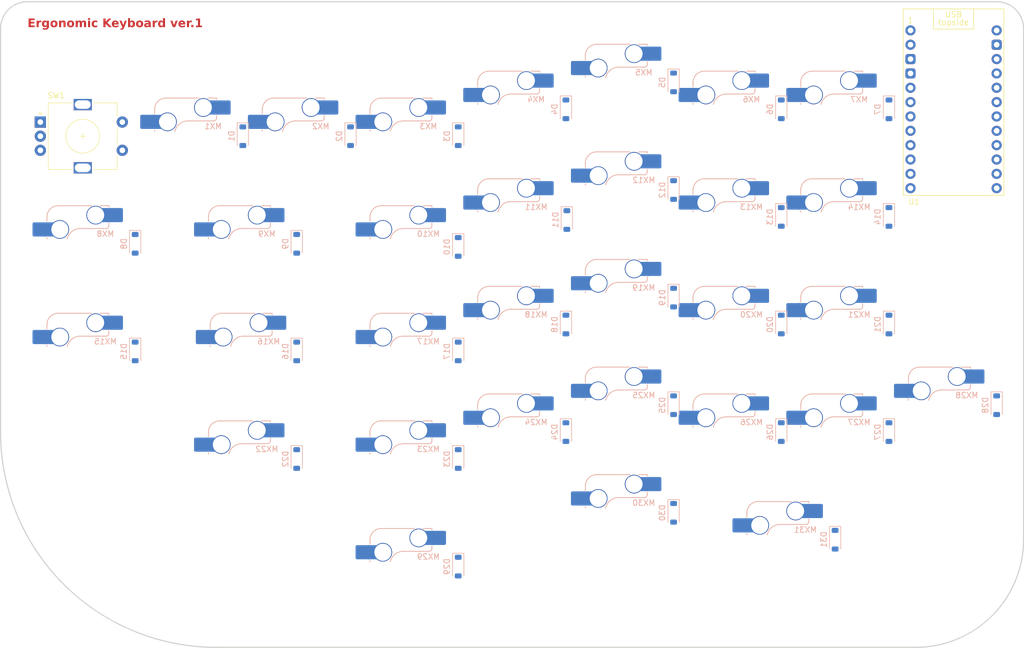
<source format=kicad_pcb>
(kicad_pcb (version 20240108) (generator "pcbnew") (generator_version "8.0")
  (layers (0 "F.Cu" signal) (31 "B.Cu" signal) (34 "B.Paste" user) (35 "F.Paste" user) (36 "B.SilkS" user "B.Silkscreen") (37 "F.SilkS" user "F.Silkscreen") (38 "B.Mask" user) (39 "F.Mask" user) (44 "Edge.Cuts" user))
  (net 0 "")
  (net 1 "Net-(D1-A)")
  (net 2 "L_Row 0")
  (net 3 "Net-(D2-A)")
  (net 4 "Net-(D3-A)")
  (net 5 "Net-(D4-A)")
  (net 6 "Net-(D5-A)")
  (net 7 "Net-(D6-A)")
  (net 8 "Net-(D7-A)")
  (net 9 "L_Row 1")
  (net 10 "Net-(D8-A)")
  (net 11 "Net-(D9-A)")
  (net 12 "Net-(D10-A)")
  (net 13 "Net-(D11-A)")
  (net 14 "Net-(D12-A)")
  (net 15 "Net-(D13-A)")
  (net 16 "Net-(D14-A)")
  (net 17 "L_Row 2")
  (net 18 "Net-(D15-A)")
  (net 19 "Net-(D16-A)")
  (net 20 "Net-(D17-A)")
  (net 21 "Net-(D18-A)")
  (net 22 "Net-(D19-A)")
  (net 23 "Net-(D20-A)")
  (net 24 "Net-(D21-A)")
  (net 25 "Net-(D22-A)")
  (net 26 "L_Row 3")
  (net 27 "Net-(D23-A)")
  (net 28 "Net-(D24-A)")
  (net 29 "Net-(D25-A)")
  (net 30 "Net-(D26-A)")
  (net 31 "Net-(D27-A)")
  (net 32 "Net-(D28-A)")
  (net 33 "Net-(D29-A)")
  (net 34 "L_Row 4")
  (net 35 "Net-(D30-A)")
  (net 36 "Net-(D31-A)")
  (net 37 "L_Column 0")
  (net 38 "L_Column 1")
  (net 39 "L_Column 2")
  (net 40 "L_Column 3")
  (net 41 "L_Column 4")
  (net 42 "L_Column 5")
  (net 43 "L_Column 6")
  (net 44 "VCC")
  (net 50 "GND")
  (net 53 "RESET")
  (footprint "PCM_marbastlib-mx:STAB_MX_2u" (layer "F.Cu") (at 66.675 95.25)
    (property "Reference" "S3" (hide yes))
    (property "Value" "MX_stab 1 x 2")
    (pad "" np_thru_hole circle (at -11.90625 -6.985) (size 3.048 3.048) (drill 3.048) (layers "*.Cu" "*.Mask"))
    (pad "" np_thru_hole circle (at -11.90625 8.255) (size 3.9878 3.9878) (drill 3.9878) (layers "*.Cu" "*.Mask"))
    (pad "" np_thru_hole circle (at 11.90625 -6.985) (size 3.048 3.048) (drill 3.048) (layers "*.Cu" "*.Mask"))
    (pad "" np_thru_hole circle (at 11.90625 8.255) (size 3.9878 3.9878) (drill 3.9878) (layers "*.Cu" "*.Mask"))
  )
  (footprint "Rotary_Encoder:RotaryEncoder_Alps_EC11E-Switch_Vertical_H20mm" (layer "F.Cu") (at 30.85 35.6)
    (property "Reference" "SW1" (at 2.8 -4.7 0) (layer "F.SilkS"))
    (property "Value" "RotaryEncoder_Switch")
    (pad "A" thru_hole rect (at 0 0) (size 2 2) (drill 1) (layers "*.Cu" "*.Mask"))
    (pad "B" thru_hole circle (at 0 5) (size 2 2) (drill 1) (layers "*.Cu" "*.Mask"))
    (pad "C" thru_hole circle (at 0 2.5) (size 2 2) (drill 1) (layers "*.Cu" "*.Mask"))
    (pad "MP" thru_hole rect (at 7.5 -3.1) (size 3.2 2) (drill oval 2.8 1.5) (layers "*.Cu" "*.Mask"))
    (pad "MP" thru_hole rect (at 7.5 8.1) (size 3.2 2) (drill oval 2.8 1.5) (layers "*.Cu" "*.Mask"))
    (pad "S1" thru_hole circle (at 14.5 5) (size 2 2) (drill 1) (layers "*.Cu" "*.Mask"))
    (pad "S2" thru_hole circle (at 14.5 0) (size 2 2) (drill 1) (layers "*.Cu" "*.Mask"))
  )
  (footprint "PCM_marbastlib-mx:STAB_MX_2u" (layer "F.Cu") (at 66.675 76.2)
    (property "Reference" "S2" (hide yes))
    (property "Value" "MX_stab 1 x 2")
    (pad "" np_thru_hole circle (at -11.90625 -6.985) (size 3.048 3.048) (drill 3.048) (layers "*.Cu" "*.Mask"))
    (pad "" np_thru_hole circle (at -11.90625 8.255) (size 3.9878 3.9878) (drill 3.9878) (layers "*.Cu" "*.Mask"))
    (pad "" np_thru_hole circle (at 11.90625 -6.985) (size 3.048 3.048) (drill 3.048) (layers "*.Cu" "*.Mask"))
    (pad "" np_thru_hole circle (at 11.90625 8.255) (size 3.9878 3.9878) (drill 3.9878) (layers "*.Cu" "*.Mask"))
  )
  (footprint "PCM_marbastlib-mx:STAB_MX_2u" (layer "F.Cu") (at 66.675 57.15)
    (property "Reference" "S1" (hide yes))
    (property "Value" "MX_stab 1 x 2")
    (pad "" np_thru_hole circle (at -11.90625 -6.985) (size 3.048 3.048) (drill 3.048) (layers "*.Cu" "*.Mask"))
    (pad "" np_thru_hole circle (at -11.90625 8.255) (size 3.9878 3.9878) (drill 3.9878) (layers "*.Cu" "*.Mask"))
    (pad "" np_thru_hole circle (at 11.90625 -6.985) (size 3.048 3.048) (drill 3.048) (layers "*.Cu" "*.Mask"))
    (pad "" np_thru_hole circle (at 11.90625 8.255) (size 3.9878 3.9878) (drill 3.9878) (layers "*.Cu" "*.Mask"))
  )
  (footprint "PCM_marbastlib-mx:STAB_MX_2u" (layer "F.Cu") (at 161.925 109.5375)
    (property "Reference" "S4" (hide yes))
    (property "Value" "MX_stab 1 x 2")
    (pad "" np_thru_hole circle (at -11.90625 -6.985) (size 3.048 3.048) (drill 3.048) (layers "*.Cu" "*.Mask"))
    (pad "" np_thru_hole circle (at -11.90625 8.255) (size 3.9878 3.9878) (drill 3.9878) (layers "*.Cu" "*.Mask"))
    (pad "" np_thru_hole circle (at 11.90625 -6.985) (size 3.048 3.048) (drill 3.048) (layers "*.Cu" "*.Mask"))
    (pad "" np_thru_hole circle (at 11.90625 8.255) (size 3.9878 3.9878) (drill 3.9878) (layers "*.Cu" "*.Mask"))
  )
  (footprint "PCM_marbastlib-xp-promicroish:ProMicro_USBup" (layer "F.Cu") (at 192.405 33.3375)
    (property "Reference" "U1" (at -7 16.4 0) (layer "F.SilkS"))
    (property "Value" "ProMicro")
    (fp_text user "USB" (at 0 -16.2 0) (layer "F.SilkS") (effects (justify bottom)))
    (fp_text user "1" (at -7.62 -15.17 0) (layer "F.SilkS") (effects (justify bottom)))
    (fp_text user "topside" (at 0 -14.8 0) (layer "F.SilkS") (effects (justify bottom)))
    (pad "1" thru_hole circle (at -7.62 -13.97) (size 1.8 1.8) (drill 1) (layers "*.Cu" "B.Mask"))
    (pad "2" thru_hole circle (at -7.62 -11.43) (size 1.8 1.8) (drill 1) (layers "*.Cu" "B.Mask"))
    (pad "3" thru_hole roundrect (at -7.62 -8.89) (size 1.8 1.8) (drill 1) (layers "*.Cu" "B.Mask"))
    (pad "4" thru_hole roundrect (at -7.62 -6.35) (size 1.8 1.8) (drill 1) (layers "*.Cu" "B.Mask"))
    (pad "5" thru_hole circle (at -7.62 -3.81) (size 1.8 1.8) (drill 1) (layers "*.Cu" "B.Mask"))
    (pad "6" thru_hole circle (at -7.62 -1.27) (size 1.8 1.8) (drill 1) (layers "*.Cu" "B.Mask"))
    (pad "7" thru_hole circle (at -7.62 1.27) (size 1.8 1.8) (drill 1) (layers "*.Cu" "B.Mask"))
    (pad "8" thru_hole circle (at -7.62 3.81) (size 1.8 1.8) (drill 1) (layers "*.Cu" "B.Mask") (net 2 "L_Row 0"))
    (pad "9" thru_hole circle (at -7.62 6.35) (size 1.8 1.8) (drill 1) (layers "*.Cu" "B.Mask") (net 9 "L_Row 1"))
    (pad "10" thru_hole circle (at -7.62 8.89) (size 1.8 1.8) (drill 1) (layers "*.Cu" "B.Mask") (net 17 "L_Row 2"))
    (pad "11" thru_hole circle (at -7.62 11.43) (size 1.8 1.8) (drill 1) (layers "*.Cu" "B.Mask") (net 26 "L_Row 3"))
    (pad "12" thru_hole circle (at -7.62 13.97) (size 1.8 1.8) (drill 1) (layers "*.Cu" "B.Mask") (net 34 "L_Row 4"))
    (pad "13" thru_hole circle (at 7.62 -13.97) (size 1.8 1.8) (drill 1) (layers "*.Cu" "B.Mask"))
    (pad "14" thru_hole roundrect (at 7.62 -11.43) (size 1.8 1.8) (drill 1) (layers "*.Cu" "B.Mask") (net 50 "GND"))
    (pad "15" thru_hole circle (at 7.62 -8.89) (size 1.8 1.8) (drill 1) (layers "*.Cu" "B.Mask") (net 53 "RESET"))
    (pad "16" thru_hole circle (at 7.62 -6.35) (size 1.8 1.8) (drill 1) (layers "*.Cu" "B.Mask") (net 44 "VCC"))
    (pad "17" thru_hole circle (at 7.62 -3.81) (size 1.8 1.8) (drill 1) (layers "*.Cu" "B.Mask"))
    (pad "18" thru_hole circle (at 7.62 -1.27) (size 1.8 1.8) (drill 1) (layers "*.Cu" "B.Mask") (net 37 "L_Column 0"))
    (pad "19" thru_hole circle (at 7.62 1.27) (size 1.8 1.8) (drill 1) (layers "*.Cu" "B.Mask") (net 38 "L_Column 1"))
    (pad "20" thru_hole circle (at 7.62 3.81) (size 1.8 1.8) (drill 1) (layers "*.Cu" "B.Mask") (net 39 "L_Column 2"))
    (pad "21" thru_hole circle (at 7.62 6.35) (size 1.8 1.8) (drill 1) (layers "*.Cu" "B.Mask") (net 40 "L_Column 3"))
    (pad "22" thru_hole circle (at 7.62 8.89) (size 1.8 1.8) (drill 1) (layers "*.Cu" "B.Mask") (net 41 "L_Column 4"))
    (pad "23" thru_hole circle (at 7.62 11.43) (size 1.8 1.8) (drill 1) (layers "*.Cu" "B.Mask") (net 42 "L_Column 5"))
    (pad "24" thru_hole circle (at 7.62 13.97) (size 1.8 1.8) (drill 1) (layers "*.Cu" "B.Mask") (net 43 "L_Column 6"))
  )
  (footprint "PCM_marbastlib-mx:SW_MX_HS_CPG151101S11_1u" (layer "B.Cu") (at 161.925 109.5375 180)
    (property "Reference" "MX31" (at -4.25 1.75 0) (layer "B.SilkS") (effects (justify mirror)))
    (property "Value" "MX_SW_HS")
    (pad "" np_thru_hole circle (at -5.08 0 180) (size 1.75 1.75) (drill 1.75) (layers "*.Cu" "*.Mask"))
    (pad "" np_thru_hole circle (at 0 0 180) (size 3.9878 3.9878) (drill 3.9878) (layers "*.Cu" "*.Mask"))
    (pad "" np_thru_hole circle (at 5.08 0 180) (size 1.75 1.75) (drill 1.75) (layers "*.Cu" "*.Mask"))
    (pad "1" thru_hole circle (at 3.81 2.54 180) (size 3.3 3.3) (drill 3) (layers "*.Cu" "*.Mask") (net 42 "L_Column 5"))
    (pad "1" smd rect (at 5.635 2.54) (size 1.65 2.5) (layers "B.Cu") (net 42 "L_Column 5"))
    (pad "1" smd roundrect (at 7.36 2.54 180) (size 2.55 2.5) (layers "B.Cu" "B.Paste" "B.Mask") (roundrect_rratio 0.1) (net 42 "L_Column 5"))
    (pad "2" smd roundrect (at -6.09 5.08 180) (size 2.55 2.5) (layers "B.Cu" "B.Paste" "B.Mask") (roundrect_rratio 0.1) (net 36 "Net-(D31-A)"))
    (pad "2" smd rect (at -4.34 5.08 180) (size 1.65 2.5) (layers "B.Cu") (net 36 "Net-(D31-A)"))
    (pad "2" thru_hole circle (at -2.54 5.08 180) (size 3.3 3.3) (drill 3) (layers "*.Cu" "*.Mask") (net 36 "Net-(D31-A)"))
  )
  (footprint "Diode_SMD:D_SOD-123" (layer "B.Cu") (at 76.2 57.15 -90)
    (property "Reference" "D9" (at 0 2 90) (layer "B.SilkS") (effects (justify mirror)))
    (property "Value" "1N4148W")
    (pad "1" smd roundrect (at -1.65 0 270) (size 0.9 1.2) (layers "B.Cu" "B.Paste" "B.Mask") (net 9 "L_Row 1"))
    (pad "2" smd roundrect (at 1.65 0 270) (size 0.9 1.2) (layers "B.Cu" "B.Paste" "B.Mask") (net 11 "Net-(D9-A)"))
  )
  (footprint "Diode_SMD:D_SOD-123" (layer "B.Cu") (at 76.2 76.2 -90)
    (property "Reference" "D16" (at 0 2 90) (layer "B.SilkS") (effects (justify mirror)))
    (property "Value" "1N4148W")
    (pad "1" smd roundrect (at -1.65 0 270) (size 0.9 1.2) (layers "B.Cu" "B.Paste" "B.Mask") (net 17 "L_Row 2"))
    (pad "2" smd roundrect (at 1.65 0 270) (size 0.9 1.2) (layers "B.Cu" "B.Paste" "B.Mask") (net 19 "Net-(D16-A)"))
  )
  (footprint "Diode_SMD:D_SOD-123" (layer "B.Cu") (at 171.45 109.5375 -90)
    (property "Reference" "D31" (at 0 2 90) (layer "B.SilkS") (effects (justify mirror)))
    (property "Value" "1N4148W")
    (pad "1" smd roundrect (at -1.65 0 270) (size 0.9 1.2) (layers "B.Cu" "B.Paste" "B.Mask") (net 34 "L_Row 4"))
    (pad "2" smd roundrect (at 1.65 0 270) (size 0.9 1.2) (layers "B.Cu" "B.Paste" "B.Mask") (net 36 "Net-(D31-A)"))
  )
  (footprint "PCM_marbastlib-mx:SW_MX_HS_CPG151101S11_1u" (layer "B.Cu") (at 95.25 95.25 180)
    (property "Reference" "MX23" (at -4.25 1.75 0) (layer "B.SilkS") (effects (justify mirror)))
    (property "Value" "MX_SW_HS")
    (pad "" np_thru_hole circle (at -5.08 0 180) (size 1.75 1.75) (drill 1.75) (layers "*.Cu" "*.Mask"))
    (pad "" np_thru_hole circle (at 0 0 180) (size 3.9878 3.9878) (drill 3.9878) (layers "*.Cu" "*.Mask"))
    (pad "" np_thru_hole circle (at 5.08 0 180) (size 1.75 1.75) (drill 1.75) (layers "*.Cu" "*.Mask"))
    (pad "1" thru_hole circle (at 3.81 2.54 180) (size 3.3 3.3) (drill 3) (layers "*.Cu" "*.Mask") (net 39 "L_Column 2"))
    (pad "1" smd rect (at 5.635 2.54) (size 1.65 2.5) (layers "B.Cu") (net 39 "L_Column 2"))
    (pad "1" smd roundrect (at 7.36 2.54 180) (size 2.55 2.5) (layers "B.Cu" "B.Paste" "B.Mask") (roundrect_rratio 0.1) (net 39 "L_Column 2"))
    (pad "2" smd roundrect (at -6.09 5.08 180) (size 2.55 2.5) (layers "B.Cu" "B.Paste" "B.Mask") (roundrect_rratio 0.1) (net 27 "Net-(D23-A)"))
    (pad "2" smd rect (at -4.34 5.08 180) (size 1.65 2.5) (layers "B.Cu") (net 27 "Net-(D23-A)"))
    (pad "2" thru_hole circle (at -2.54 5.08 180) (size 3.3 3.3) (drill 3) (layers "*.Cu" "*.Mask") (net 27 "Net-(D23-A)"))
  )
  (footprint "PCM_marbastlib-mx:SW_MX_HS_CPG151101S11_1u" (layer "B.Cu") (at 171.45 33.3375 180)
    (property "Reference" "MX7" (at -4.25 1.75 0) (layer "B.SilkS") (effects (justify mirror)))
    (property "Value" "MX_SW_HS")
    (pad "" np_thru_hole circle (at -5.08 0 180) (size 1.75 1.75) (drill 1.75) (layers "*.Cu" "*.Mask"))
    (pad "" np_thru_hole circle (at 0 0 180) (size 3.9878 3.9878) (drill 3.9878) (layers "*.Cu" "*.Mask"))
    (pad "" np_thru_hole circle (at 5.08 0 180) (size 1.75 1.75) (drill 1.75) (layers "*.Cu" "*.Mask"))
    (pad "1" thru_hole circle (at 3.81 2.54 180) (size 3.3 3.3) (drill 3) (layers "*.Cu" "*.Mask") (net 43 "L_Column 6"))
    (pad "1" smd rect (at 5.635 2.54) (size 1.65 2.5) (layers "B.Cu") (net 43 "L_Column 6"))
    (pad "1" smd roundrect (at 7.36 2.54 180) (size 2.55 2.5) (layers "B.Cu" "B.Paste" "B.Mask") (roundrect_rratio 0.1) (net 43 "L_Column 6"))
    (pad "2" smd roundrect (at -6.09 5.08 180) (size 2.55 2.5) (layers "B.Cu" "B.Paste" "B.Mask") (roundrect_rratio 0.1) (net 8 "Net-(D7-A)"))
    (pad "2" smd rect (at -4.34 5.08 180) (size 1.65 2.5) (layers "B.Cu") (net 8 "Net-(D7-A)"))
    (pad "2" thru_hole circle (at -2.54 5.08 180) (size 3.3 3.3) (drill 3) (layers "*.Cu" "*.Mask") (net 8 "Net-(D7-A)"))
  )
  (footprint "PCM_marbastlib-mx:SW_MX_HS_CPG151101S11_1u" (layer "B.Cu") (at 66.675 57.15 180)
    (property "Reference" "MX9" (at -4.25 1.75 0) (layer "B.SilkS") (effects (justify mirror)))
    (property "Value" "MX_SW_HS")
    (pad "" np_thru_hole circle (at -5.08 0 180) (size 1.75 1.75) (drill 1.75) (layers "*.Cu" "*.Mask"))
    (pad "" np_thru_hole circle (at 0 0 180) (size 3.9878 3.9878) (drill 3.9878) (layers "*.Cu" "*.Mask"))
    (pad "" np_thru_hole circle (at 5.08 0 180) (size 1.75 1.75) (drill 1.75) (layers "*.Cu" "*.Mask"))
    (pad "1" thru_hole circle (at 3.81 2.54 180) (size 3.3 3.3) (drill 3) (layers "*.Cu" "*.Mask") (net 38 "L_Column 1"))
    (pad "1" smd rect (at 5.635 2.54) (size 1.65 2.5) (layers "B.Cu") (net 38 "L_Column 1"))
    (pad "1" smd roundrect (at 7.36 2.54 180) (size 2.55 2.5) (layers "B.Cu" "B.Paste" "B.Mask") (roundrect_rratio 0.1) (net 38 "L_Column 1"))
    (pad "2" smd roundrect (at -6.09 5.08 180) (size 2.55 2.5) (layers "B.Cu" "B.Paste" "B.Mask") (roundrect_rratio 0.1) (net 11 "Net-(D9-A)"))
    (pad "2" smd rect (at -4.34 5.08 180) (size 1.65 2.5) (layers "B.Cu") (net 11 "Net-(D9-A)"))
    (pad "2" thru_hole circle (at -2.54 5.08 180) (size 3.3 3.3) (drill 3) (layers "*.Cu" "*.Mask") (net 11 "Net-(D9-A)"))
  )
  (footprint "PCM_marbastlib-mx:SW_MX_HS_CPG151101S11_1u" (layer "B.Cu") (at 171.45 90.4875 180)
    (property "Reference" "MX27" (at -4.25 1.75 0) (layer "B.SilkS") (effects (justify mirror)))
    (property "Value" "MX_SW_HS")
    (pad "" np_thru_hole circle (at -5.08 0 180) (size 1.75 1.75) (drill 1.75) (layers "*.Cu" "*.Mask"))
    (pad "" np_thru_hole circle (at 0 0 180) (size 3.9878 3.9878) (drill 3.9878) (layers "*.Cu" "*.Mask"))
    (pad "" np_thru_hole circle (at 5.08 0 180) (size 1.75 1.75) (drill 1.75) (layers "*.Cu" "*.Mask"))
    (pad "1" thru_hole circle (at 3.81 2.54 180) (size 3.3 3.3) (drill 3) (layers "*.Cu" "*.Mask") (net 43 "L_Column 6"))
    (pad "1" smd rect (at 5.635 2.54) (size 1.65 2.5) (layers "B.Cu") (net 43 "L_Column 6"))
    (pad "1" smd roundrect (at 7.36 2.54 180) (size 2.55 2.5) (layers "B.Cu" "B.Paste" "B.Mask") (roundrect_rratio 0.1) (net 43 "L_Column 6"))
    (pad "2" smd roundrect (at -6.09 5.08 180) (size 2.55 2.5) (layers "B.Cu" "B.Paste" "B.Mask") (roundrect_rratio 0.1) (net 31 "Net-(D27-A)"))
    (pad "2" smd rect (at -4.34 5.08 180) (size 1.65 2.5) (layers "B.Cu") (net 31 "Net-(D27-A)"))
    (pad "2" thru_hole circle (at -2.54 5.08 180) (size 3.3 3.3) (drill 3) (layers "*.Cu" "*.Mask") (net 31 "Net-(D27-A)"))
  )
  (footprint "PCM_marbastlib-mx:SW_MX_HS_CPG151101S11_1u" (layer "B.Cu") (at 114.3 52.3875 180)
    (property "Reference" "MX11" (at -4.25 1.75 0) (layer "B.SilkS") (effects (justify mirror)))
    (property "Value" "MX_SW_HS")
    (pad "" np_thru_hole circle (at -5.08 0 180) (size 1.75 1.75) (drill 1.75) (layers "*.Cu" "*.Mask"))
    (pad "" np_thru_hole circle (at 0 0 180) (size 3.9878 3.9878) (drill 3.9878) (layers "*.Cu" "*.Mask"))
    (pad "" np_thru_hole circle (at 5.08 0 180) (size 1.75 1.75) (drill 1.75) (layers "*.Cu" "*.Mask"))
    (pad "1" thru_hole circle (at 3.81 2.54 180) (size 3.3 3.3) (drill 3) (layers "*.Cu" "*.Mask") (net 40 "L_Column 3"))
    (pad "1" smd rect (at 5.635 2.54) (size 1.65 2.5) (layers "B.Cu") (net 40 "L_Column 3"))
    (pad "1" smd roundrect (at 7.36 2.54 180) (size 2.55 2.5) (layers "B.Cu" "B.Paste" "B.Mask") (roundrect_rratio 0.1) (net 40 "L_Column 3"))
    (pad "2" smd roundrect (at -6.09 5.08 180) (size 2.55 2.5) (layers "B.Cu" "B.Paste" "B.Mask") (roundrect_rratio 0.1) (net 13 "Net-(D11-A)"))
    (pad "2" smd rect (at -4.34 5.08 180) (size 1.65 2.5) (layers "B.Cu") (net 13 "Net-(D11-A)"))
    (pad "2" thru_hole circle (at -2.54 5.08 180) (size 3.3 3.3) (drill 3) (layers "*.Cu" "*.Mask") (net 13 "Net-(D11-A)"))
  )
  (footprint "PCM_marbastlib-mx:SW_MX_HS_CPG151101S11_1u" (layer "B.Cu") (at 152.4 90.4875 180)
    (property "Reference" "MX26" (at -4.25 1.75 0) (layer "B.SilkS") (effects (justify mirror)))
    (property "Value" "MX_SW_HS")
    (pad "" np_thru_hole circle (at -5.08 0 180) (size 1.75 1.75) (drill 1.75) (layers "*.Cu" "*.Mask"))
    (pad "" np_thru_hole circle (at 0 0 180) (size 3.9878 3.9878) (drill 3.9878) (layers "*.Cu" "*.Mask"))
    (pad "" np_thru_hole circle (at 5.08 0 180) (size 1.75 1.75) (drill 1.75) (layers "*.Cu" "*.Mask"))
    (pad "1" thru_hole circle (at 3.81 2.54 180) (size 3.3 3.3) (drill 3) (layers "*.Cu" "*.Mask") (net 42 "L_Column 5"))
    (pad "1" smd rect (at 5.635 2.54) (size 1.65 2.5) (layers "B.Cu") (net 42 "L_Column 5"))
    (pad "1" smd roundrect (at 7.36 2.54 180) (size 2.55 2.5) (layers "B.Cu" "B.Paste" "B.Mask") (roundrect_rratio 0.1) (net 42 "L_Column 5"))
    (pad "2" smd roundrect (at -6.09 5.08 180) (size 2.55 2.5) (layers "B.Cu" "B.Paste" "B.Mask") (roundrect_rratio 0.1) (net 30 "Net-(D26-A)"))
    (pad "2" smd rect (at -4.34 5.08 180) (size 1.65 2.5) (layers "B.Cu") (net 30 "Net-(D26-A)"))
    (pad "2" thru_hole circle (at -2.54 5.08 180) (size 3.3 3.3) (drill 3) (layers "*.Cu" "*.Mask") (net 30 "Net-(D26-A)"))
  )
  (footprint "Diode_SMD:D_SOD-123" (layer "B.Cu") (at 123.825 71.4375 -90)
    (property "Reference" "D18" (at 0 2 90) (layer "B.SilkS") (effects (justify mirror)))
    (property "Value" "1N4148W")
    (pad "1" smd roundrect (at -1.65 0 270) (size 0.9 1.2) (layers "B.Cu" "B.Paste" "B.Mask") (net 17 "L_Row 2"))
    (pad "2" smd roundrect (at 1.65 0 270) (size 0.9 1.2) (layers "B.Cu" "B.Paste" "B.Mask") (net 21 "Net-(D18-A)"))
  )
  (footprint "PCM_marbastlib-mx:SW_MX_HS_CPG151101S11_1u" (layer "B.Cu") (at 133.35 28.575 180)
    (property "Reference" "MX5" (at -4.25 1.75 0) (layer "B.SilkS") (effects (justify mirror)))
    (property "Value" "MX_SW_HS")
    (pad "" np_thru_hole circle (at -5.08 0 180) (size 1.75 1.75) (drill 1.75) (layers "*.Cu" "*.Mask"))
    (pad "" np_thru_hole circle (at 0 0 180) (size 3.9878 3.9878) (drill 3.9878) (layers "*.Cu" "*.Mask"))
    (pad "" np_thru_hole circle (at 5.08 0 180) (size 1.75 1.75) (drill 1.75) (layers "*.Cu" "*.Mask"))
    (pad "1" thru_hole circle (at 3.81 2.54 180) (size 3.3 3.3) (drill 3) (layers "*.Cu" "*.Mask") (net 41 "L_Column 4"))
    (pad "1" smd rect (at 5.635 2.54) (size 1.65 2.5) (layers "B.Cu") (net 41 "L_Column 4"))
    (pad "1" smd roundrect (at 7.36 2.54 180) (size 2.55 2.5) (layers "B.Cu" "B.Paste" "B.Mask") (roundrect_rratio 0.1) (net 41 "L_Column 4"))
    (pad "2" smd roundrect (at -6.09 5.08 180) (size 2.55 2.5) (layers "B.Cu" "B.Paste" "B.Mask") (roundrect_rratio 0.1) (net 6 "Net-(D5-A)"))
    (pad "2" smd rect (at -4.34 5.08 180) (size 1.65 2.5) (layers "B.Cu") (net 6 "Net-(D5-A)"))
    (pad "2" thru_hole circle (at -2.54 5.08 180) (size 3.3 3.3) (drill 3) (layers "*.Cu" "*.Mask") (net 6 "Net-(D5-A)"))
  )
  (footprint "PCM_marbastlib-mx:SW_MX_HS_CPG151101S11_1u" (layer "B.Cu") (at 114.3 33.3375 180)
    (property "Reference" "MX4" (at -4.25 1.75 0) (layer "B.SilkS") (effects (justify mirror)))
    (property "Value" "MX_SW_HS")
    (pad "" np_thru_hole circle (at -5.08 0 180) (size 1.75 1.75) (drill 1.75) (layers "*.Cu" "*.Mask"))
    (pad "" np_thru_hole circle (at 0 0 180) (size 3.9878 3.9878) (drill 3.9878) (layers "*.Cu" "*.Mask"))
    (pad "" np_thru_hole circle (at 5.08 0 180) (size 1.75 1.75) (drill 1.75) (layers "*.Cu" "*.Mask"))
    (pad "1" thru_hole circle (at 3.81 2.54 180) (size 3.3 3.3) (drill 3) (layers "*.Cu" "*.Mask") (net 40 "L_Column 3"))
    (pad "1" smd rect (at 5.635 2.54) (size 1.65 2.5) (layers "B.Cu") (net 40 "L_Column 3"))
    (pad "1" smd roundrect (at 7.36 2.54 180) (size 2.55 2.5) (layers "B.Cu" "B.Paste" "B.Mask") (roundrect_rratio 0.1) (net 40 "L_Column 3"))
    (pad "2" smd roundrect (at -6.09 5.08 180) (size 2.55 2.5) (layers "B.Cu" "B.Paste" "B.Mask") (roundrect_rratio 0.1) (net 5 "Net-(D4-A)"))
    (pad "2" smd rect (at -4.34 5.08 180) (size 1.65 2.5) (layers "B.Cu") (net 5 "Net-(D4-A)"))
    (pad "2" thru_hole circle (at -2.54 5.08 180) (size 3.3 3.3) (drill 3) (layers "*.Cu" "*.Mask") (net 5 "Net-(D4-A)"))
  )
  (footprint "PCM_marbastlib-mx:SW_MX_HS_CPG151101S11_1u" (layer "B.Cu") (at 190.5 85.725 180)
    (property "Reference" "MX28" (at -4.25 1.75 0) (layer "B.SilkS") (effects (justify mirror)))
    (property "Value" "MX_SW_HS")
    (pad "" np_thru_hole circle (at -5.08 0 180) (size 1.75 1.75) (drill 1.75) (layers "*.Cu" "*.Mask"))
    (pad "" np_thru_hole circle (at 0 0 180) (size 3.9878 3.9878) (drill 3.9878) (layers "*.Cu" "*.Mask"))
    (pad "" np_thru_hole circle (at 5.08 0 180) (size 1.75 1.75) (drill 1.75) (layers "*.Cu" "*.Mask"))
    (pad "1" thru_hole circle (at 3.81 2.54 180) (size 3.3 3.3) (drill 3) (layers "*.Cu" "*.Mask"))
    (pad "1" smd rect (at 5.635 2.54) (size 1.65 2.5) (layers "B.Cu"))
    (pad "1" smd roundrect (at 7.36 2.54 180) (size 2.55 2.5) (layers "B.Cu" "B.Paste" "B.Mask") (roundrect_rratio 0.1))
    (pad "2" smd roundrect (at -6.09 5.08 180) (size 2.55 2.5) (layers "B.Cu" "B.Paste" "B.Mask") (roundrect_rratio 0.1) (net 32 "Net-(D28-A)"))
    (pad "2" smd rect (at -4.34 5.08 180) (size 1.65 2.5) (layers "B.Cu") (net 32 "Net-(D28-A)"))
    (pad "2" thru_hole circle (at -2.54 5.08 180) (size 3.3 3.3) (drill 3) (layers "*.Cu" "*.Mask") (net 32 "Net-(D28-A)"))
  )
  (footprint "Diode_SMD:D_SOD-123" (layer "B.Cu") (at 180.975 71.4375 -90)
    (property "Reference" "D21" (at 0 2 90) (layer "B.SilkS") (effects (justify mirror)))
    (property "Value" "1N4148W")
    (pad "1" smd roundrect (at -1.65 0 270) (size 0.9 1.2) (layers "B.Cu" "B.Paste" "B.Mask") (net 17 "L_Row 2"))
    (pad "2" smd roundrect (at 1.65 0 270) (size 0.9 1.2) (layers "B.Cu" "B.Paste" "B.Mask") (net 24 "Net-(D21-A)"))
  )
  (footprint "Diode_SMD:D_SOD-123" (layer "B.Cu") (at 85.725 38.1 -90)
    (property "Reference" "D2" (at 0 2 90) (layer "B.SilkS") (effects (justify mirror)))
    (property "Value" "1N4148W")
    (pad "1" smd roundrect (at -1.65 0 270) (size 0.9 1.2) (layers "B.Cu" "B.Paste" "B.Mask") (net 2 "L_Row 0"))
    (pad "2" smd roundrect (at 1.65 0 270) (size 0.9 1.2) (layers "B.Cu" "B.Paste" "B.Mask") (net 3 "Net-(D2-A)"))
  )
  (footprint "PCM_marbastlib-mx:SW_MX_HS_CPG151101S11_1u" (layer "B.Cu") (at 38.1 76.2 180)
    (property "Reference" "MX15" (at -4.25 1.75 0) (layer "B.SilkS") (effects (justify mirror)))
    (property "Value" "MX_SW_HS")
    (pad "" np_thru_hole circle (at -5.08 0 180) (size 1.75 1.75) (drill 1.75) (layers "*.Cu" "*.Mask"))
    (pad "" np_thru_hole circle (at 0 0 180) (size 3.9878 3.9878) (drill 3.9878) (layers "*.Cu" "*.Mask"))
    (pad "" np_thru_hole circle (at 5.08 0 180) (size 1.75 1.75) (drill 1.75) (layers "*.Cu" "*.Mask"))
    (pad "1" thru_hole circle (at 3.81 2.54 180) (size 3.3 3.3) (drill 3) (layers "*.Cu" "*.Mask") (net 37 "L_Column 0"))
    (pad "1" smd rect (at 5.635 2.54) (size 1.65 2.5) (layers "B.Cu") (net 37 "L_Column 0"))
    (pad "1" smd roundrect (at 7.36 2.54 180) (size 2.55 2.5) (layers "B.Cu" "B.Paste" "B.Mask") (roundrect_rratio 0.1) (net 37 "L_Column 0"))
    (pad "2" smd roundrect (at -6.09 5.08 180) (size 2.55 2.5) (layers "B.Cu" "B.Paste" "B.Mask") (roundrect_rratio 0.1) (net 18 "Net-(D15-A)"))
    (pad "2" smd rect (at -4.34 5.08 180) (size 1.65 2.5) (layers "B.Cu") (net 18 "Net-(D15-A)"))
    (pad "2" thru_hole circle (at -2.54 5.08 180) (size 3.3 3.3) (drill 3) (layers "*.Cu" "*.Mask") (net 18 "Net-(D15-A)"))
  )
  (footprint "PCM_marbastlib-mx:SW_MX_HS_CPG151101S11_1u" (layer "B.Cu") (at 152.4 33.3375 180)
    (property "Reference" "MX6" (at -4.25 1.75 0) (layer "B.SilkS") (effects (justify mirror)))
    (property "Value" "MX_SW_HS")
    (pad "" np_thru_hole circle (at -5.08 0 180) (size 1.75 1.75) (drill 1.75) (layers "*.Cu" "*.Mask"))
    (pad "" np_thru_hole circle (at 0 0 180) (size 3.9878 3.9878) (drill 3.9878) (layers "*.Cu" "*.Mask"))
    (pad "" np_thru_hole circle (at 5.08 0 180) (size 1.75 1.75) (drill 1.75) (layers "*.Cu" "*.Mask"))
    (pad "1" thru_hole circle (at 3.81 2.54 180) (size 3.3 3.3) (drill 3) (layers "*.Cu" "*.Mask") (net 42 "L_Column 5"))
    (pad "1" smd rect (at 5.635 2.54) (size 1.65 2.5) (layers "B.Cu") (net 42 "L_Column 5"))
    (pad "1" smd roundrect (at 7.36 2.54 180) (size 2.55 2.5) (layers "B.Cu" "B.Paste" "B.Mask") (roundrect_rratio 0.1) (net 42 "L_Column 5"))
    (pad "2" smd roundrect (at -6.09 5.08 180) (size 2.55 2.5) (layers "B.Cu" "B.Paste" "B.Mask") (roundrect_rratio 0.1) (net 7 "Net-(D6-A)"))
    (pad "2" smd rect (at -4.34 5.08 180) (size 1.65 2.5) (layers "B.Cu") (net 7 "Net-(D6-A)"))
    (pad "2" thru_hole circle (at -2.54 5.08 180) (size 3.3 3.3) (drill 3) (layers "*.Cu" "*.Mask") (net 7 "Net-(D6-A)"))
  )
  (footprint "Diode_SMD:D_SOD-123" (layer "B.Cu") (at 66.675 38.1 -90)
    (property "Reference" "D1" (at 0 2 90) (layer "B.SilkS") (effects (justify mirror)))
    (property "Value" "1N4148W")
    (pad "1" smd roundrect (at -1.65 0 270) (size 0.9 1.2) (layers "B.Cu" "B.Paste" "B.Mask") (net 2 "L_Row 0"))
    (pad "2" smd roundrect (at 1.65 0 270) (size 0.9 1.2) (layers "B.Cu" "B.Paste" "B.Mask") (net 1 "Net-(D1-A)"))
  )
  (footprint "Diode_SMD:D_SOD-123" (layer "B.Cu") (at 123.825 90.4875 -90)
    (property "Reference" "D24" (at 0 2 90) (layer "B.SilkS") (effects (justify mirror)))
    (property "Value" "1N4148W")
    (pad "1" smd roundrect (at -1.65 0 270) (size 0.9 1.2) (layers "B.Cu" "B.Paste" "B.Mask") (net 26 "L_Row 3"))
    (pad "2" smd roundrect (at 1.65 0 270) (size 0.9 1.2) (layers "B.Cu" "B.Paste" "B.Mask") (net 28 "Net-(D24-A)"))
  )
  (footprint "Diode_SMD:D_SOD-123" (layer "B.Cu") (at 104.775 76.2 -90)
    (property "Reference" "D17" (at 0 2 90) (layer "B.SilkS") (effects (justify mirror)))
    (property "Value" "1N4148W")
    (pad "1" smd roundrect (at -1.65 0 270) (size 0.9 1.2) (layers "B.Cu" "B.Paste" "B.Mask") (net 17 "L_Row 2"))
    (pad "2" smd roundrect (at 1.65 0 270) (size 0.9 1.2) (layers "B.Cu" "B.Paste" "B.Mask") (net 20 "Net-(D17-A)"))
  )
  (footprint "Diode_SMD:D_SOD-123" (layer "B.Cu") (at 142.875 47.625 -90)
    (property "Reference" "D12" (at 0 2 90) (layer "B.SilkS") (effects (justify mirror)))
    (property "Value" "1N4148W")
    (pad "1" smd roundrect (at -1.65 0 270) (size 0.9 1.2) (layers "B.Cu" "B.Paste" "B.Mask") (net 9 "L_Row 1"))
    (pad "2" smd roundrect (at 1.65 0 270) (size 0.9 1.2) (layers "B.Cu" "B.Paste" "B.Mask") (net 14 "Net-(D12-A)"))
  )
  (footprint "PCM_marbastlib-mx:SW_MX_HS_CPG151101S11_1u" (layer "B.Cu") (at 66.9925 76.2 180)
    (property "Reference" "MX16" (at -4.25 1.75 0) (layer "B.SilkS") (effects (justify mirror)))
    (property "Value" "MX_SW_HS")
    (pad "" np_thru_hole circle (at -5.08 0 180) (size 1.75 1.75) (drill 1.75) (layers "*.Cu" "*.Mask"))
    (pad "" np_thru_hole circle (at 0 0 180) (size 3.9878 3.9878) (drill 3.9878) (layers "*.Cu" "*.Mask"))
    (pad "" np_thru_hole circle (at 5.08 0 180) (size 1.75 1.75) (drill 1.75) (layers "*.Cu" "*.Mask"))
    (pad "1" thru_hole circle (at 3.81 2.54 180) (size 3.3 3.3) (drill 3) (layers "*.Cu" "*.Mask") (net 38 "L_Column 1"))
    (pad "1" smd rect (at 5.635 2.54) (size 1.65 2.5) (layers "B.Cu") (net 38 "L_Column 1"))
    (pad "1" smd roundrect (at 7.36 2.54 180) (size 2.55 2.5) (layers "B.Cu" "B.Paste" "B.Mask") (roundrect_rratio 0.1) (net 38 "L_Column 1"))
    (pad "2" smd roundrect (at -6.09 5.08 180) (size 2.55 2.5) (layers "B.Cu" "B.Paste" "B.Mask") (roundrect_rratio 0.1) (net 19 "Net-(D16-A)"))
    (pad "2" smd rect (at -4.34 5.08 180) (size 1.65 2.5) (layers "B.Cu") (net 19 "Net-(D16-A)"))
    (pad "2" thru_hole circle (at -2.54 5.08 180) (size 3.3 3.3) (drill 3) (layers "*.Cu" "*.Mask") (net 19 "Net-(D16-A)"))
  )
  (footprint "PCM_marbastlib-mx:SW_MX_HS_CPG151101S11_1u" (layer "B.Cu") (at 57.15 38.1 180)
    (property "Reference" "MX1" (at -4.25 1.75 0) (layer "B.SilkS") (effects (justify mirror)))
    (property "Value" "MX_SW_HS")
    (pad "" np_thru_hole circle (at -5.08 0 180) (size 1.75 1.75) (drill 1.75) (layers "*.Cu" "*.Mask"))
    (pad "" np_thru_hole circle (at 0 0 180) (size 3.9878 3.9878) (drill 3.9878) (layers "*.Cu" "*.Mask"))
    (pad "" np_thru_hole circle (at 5.08 0 180) (size 1.75 1.75) (drill 1.75) (layers "*.Cu" "*.Mask"))
    (pad "1" thru_hole circle (at 3.81 2.54 180) (size 3.3 3.3) (drill 3) (layers "*.Cu" "*.Mask") (net 37 "L_Column 0"))
    (pad "1" smd rect (at 5.635 2.54) (size 1.65 2.5) (layers "B.Cu") (net 37 "L_Column 0"))
    (pad "1" smd roundrect (at 7.36 2.54 180) (size 2.55 2.5) (layers "B.Cu" "B.Paste" "B.Mask") (roundrect_rratio 0.1) (net 37 "L_Column 0"))
    (pad "2" smd roundrect (at -6.09 5.08 180) (size 2.55 2.5) (layers "B.Cu" "B.Paste" "B.Mask") (roundrect_rratio 0.1) (net 1 "Net-(D1-A)"))
    (pad "2" smd rect (at -4.34 5.08 180) (size 1.65 2.5) (layers "B.Cu") (net 1 "Net-(D1-A)"))
    (pad "2" thru_hole circle (at -2.54 5.08 180) (size 3.3 3.3) (drill 3) (layers "*.Cu" "*.Mask") (net 1 "Net-(D1-A)"))
  )
  (footprint "PCM_marbastlib-mx:SW_MX_HS_CPG151101S11_1u" (layer "B.Cu") (at 171.45 71.4375 180)
    (property "Reference" "MX21" (at -4.25 1.75 0) (layer "B.SilkS") (effects (justify mirror)))
    (property "Value" "MX_SW_HS")
    (pad "" np_thru_hole circle (at -5.08 0 180) (size 1.75 1.75) (drill 1.75) (layers "*.Cu" "*.Mask"))
    (pad "" np_thru_hole circle (at 0 0 180) (size 3.9878 3.9878) (drill 3.9878) (layers "*.Cu" "*.Mask"))
    (pad "" np_thru_hole circle (at 5.08 0 180) (size 1.75 1.75) (drill 1.75) (layers "*.Cu" "*.Mask"))
    (pad "1" thru_hole circle (at 3.81 2.54 180) (size 3.3 3.3) (drill 3) (layers "*.Cu" "*.Mask") (net 43 "L_Column 6"))
    (pad "1" smd rect (at 5.635 2.54) (size 1.65 2.5) (layers "B.Cu") (net 43 "L_Column 6"))
    (pad "1" smd roundrect (at 7.36 2.54 180) (size 2.55 2.5) (layers "B.Cu" "B.Paste" "B.Mask") (roundrect_rratio 0.1) (net 43 "L_Column 6"))
    (pad "2" smd roundrect (at -6.09 5.08 180) (size 2.55 2.5) (layers "B.Cu" "B.Paste" "B.Mask") (roundrect_rratio 0.1) (net 24 "Net-(D21-A)"))
    (pad "2" smd rect (at -4.34 5.08 180) (size 1.65 2.5) (layers "B.Cu") (net 24 "Net-(D21-A)"))
    (pad "2" thru_hole circle (at -2.54 5.08 180) (size 3.3 3.3) (drill 3) (layers "*.Cu" "*.Mask") (net 24 "Net-(D21-A)"))
  )
  (footprint "Diode_SMD:D_SOD-123" (layer "B.Cu") (at 142.875 66.675 -90)
    (property "Reference" "D19" (at 0 2 90) (layer "B.SilkS") (effects (justify mirror)))
    (property "Value" "1N4148W")
    (pad "1" smd roundrect (at -1.65 0 270) (size 0.9 1.2) (layers "B.Cu" "B.Paste" "B.Mask") (net 17 "L_Row 2"))
    (pad "2" smd roundrect (at 1.65 0 270) (size 0.9 1.2) (layers "B.Cu" "B.Paste" "B.Mask") (net 22 "Net-(D19-A)"))
  )
  (footprint "Diode_SMD:D_SOD-123" (layer "B.Cu") (at 104.775 114.3 -90)
    (property "Reference" "D29" (at 0 2 90) (layer "B.SilkS") (effects (justify mirror)))
    (property "Value" "1N4148W")
    (pad "1" smd roundrect (at -1.65 0 270) (size 0.9 1.2) (layers "B.Cu" "B.Paste" "B.Mask") (net 34 "L_Row 4"))
    (pad "2" smd roundrect (at 1.65 0 270) (size 0.9 1.2) (layers "B.Cu" "B.Paste" "B.Mask") (net 33 "Net-(D29-A)"))
  )
  (footprint "PCM_marbastlib-mx:SW_MX_HS_CPG151101S11_1u" (layer "B.Cu") (at 152.4 52.3875 180)
    (property "Reference" "MX13" (at -4.25 1.75 0) (layer "B.SilkS") (effects (justify mirror)))
    (property "Value" "MX_SW_HS")
    (pad "" np_thru_hole circle (at -5.08 0 180) (size 1.75 1.75) (drill 1.75) (layers "*.Cu" "*.Mask"))
    (pad "" np_thru_hole circle (at 0 0 180) (size 3.9878 3.9878) (drill 3.9878) (layers "*.Cu" "*.Mask"))
    (pad "" np_thru_hole circle (at 5.08 0 180) (size 1.75 1.75) (drill 1.75) (layers "*.Cu" "*.Mask"))
    (pad "1" thru_hole circle (at 3.81 2.54 180) (size 3.3 3.3) (drill 3) (layers "*.Cu" "*.Mask") (net 42 "L_Column 5"))
    (pad "1" smd rect (at 5.635 2.54) (size 1.65 2.5) (layers "B.Cu") (net 42 "L_Column 5"))
    (pad "1" smd roundrect (at 7.36 2.54 180) (size 2.55 2.5) (layers "B.Cu" "B.Paste" "B.Mask") (roundrect_rratio 0.1) (net 42 "L_Column 5"))
    (pad "2" smd roundrect (at -6.09 5.08 180) (size 2.55 2.5) (layers "B.Cu" "B.Paste" "B.Mask") (roundrect_rratio 0.1) (net 15 "Net-(D13-A)"))
    (pad "2" smd rect (at -4.34 5.08 180) (size 1.65 2.5) (layers "B.Cu") (net 15 "Net-(D13-A)"))
    (pad "2" thru_hole circle (at -2.54 5.08 180) (size 3.3 3.3) (drill 3) (layers "*.Cu" "*.Mask") (net 15 "Net-(D13-A)"))
  )
  (footprint "PCM_marbastlib-mx:SW_MX_HS_CPG151101S11_1u" (layer "B.Cu") (at 66.675 95.25 180)
    (property "Reference" "MX22" (at -4.25 1.75 0) (layer "B.SilkS") (effects (justify mirror)))
    (property "Value" "MX_SW_HS")
    (pad "" np_thru_hole circle (at -5.08 0 180) (size 1.75 1.75) (drill 1.75) (layers "*.Cu" "*.Mask"))
    (pad "" np_thru_hole circle (at 0 0 180) (size 3.9878 3.9878) (drill 3.9878) (layers "*.Cu" "*.Mask"))
    (pad "" np_thru_hole circle (at 5.08 0 180) (size 1.75 1.75) (drill 1.75) (layers "*.Cu" "*.Mask"))
    (pad "1" thru_hole circle (at 3.81 2.54 180) (size 3.3 3.3) (drill 3) (layers "*.Cu" "*.Mask") (net 38 "L_Column 1"))
    (pad "1" smd rect (at 5.635 2.54) (size 1.65 2.5) (layers "B.Cu") (net 38 "L_Column 1"))
    (pad "1" smd roundrect (at 7.36 2.54 180) (size 2.55 2.5) (layers "B.Cu" "B.Paste" "B.Mask") (roundrect_rratio 0.1) (net 38 "L_Column 1"))
    (pad "2" smd roundrect (at -6.09 5.08 180) (size 2.55 2.5) (layers "B.Cu" "B.Paste" "B.Mask") (roundrect_rratio 0.1) (net 25 "Net-(D22-A)"))
    (pad "2" smd rect (at -4.34 5.08 180) (size 1.65 2.5) (layers "B.Cu") (net 25 "Net-(D22-A)"))
    (pad "2" thru_hole circle (at -2.54 5.08 180) (size 3.3 3.3) (drill 3) (layers "*.Cu" "*.Mask") (net 25 "Net-(D22-A)"))
  )
  (footprint "PCM_marbastlib-mx:SW_MX_HS_CPG151101S11_1u" (layer "B.Cu") (at 38.1 57.15 180)
    (property "Reference" "MX8" (at -4.25 1.75 0) (layer "B.SilkS") (effects (justify mirror)))
    (property "Value" "MX_SW_HS")
    (pad "" np_thru_hole circle (at -5.08 0 180) (size 1.75 1.75) (drill 1.75) (layers "*.Cu" "*.Mask"))
    (pad "" np_thru_hole circle (at 0 0 180) (size 3.9878 3.9878) (drill 3.9878) (layers "*.Cu" "*.Mask"))
    (pad "" np_thru_hole circle (at 5.08 0 180) (size 1.75 1.75) (drill 1.75) (layers "*.Cu" "*.Mask"))
    (pad "1" thru_hole circle (at 3.81 2.54 180) (size 3.3 3.3) (drill 3) (layers "*.Cu" "*.Mask") (net 37 "L_Column 0"))
    (pad "1" smd rect (at 5.635 2.54) (size 1.65 2.5) (layers "B.Cu") (net 37 "L_Column 0"))
    (pad "1" smd roundrect (at 7.36 2.54 180) (size 2.55 2.5) (layers "B.Cu" "B.Paste" "B.Mask") (roundrect_rratio 0.1) (net 37 "L_Column 0"))
    (pad "2" smd roundrect (at -6.09 5.08 180) (size 2.55 2.5) (layers "B.Cu" "B.Paste" "B.Mask") (roundrect_rratio 0.1) (net 10 "Net-(D8-A)"))
    (pad "2" smd rect (at -4.34 5.08 180) (size 1.65 2.5) (layers "B.Cu") (net 10 "Net-(D8-A)"))
    (pad "2" thru_hole circle (at -2.54 5.08 180) (size 3.3 3.3) (drill 3) (layers "*.Cu" "*.Mask") (net 10 "Net-(D8-A)"))
  )
  (footprint "PCM_marbastlib-mx:SW_MX_HS_CPG151101S11_1u" (layer "B.Cu") (at 152.4 71.4375 180)
    (property "Reference" "MX20" (at -4.25 1.75 0) (layer "B.SilkS") (effects (justify mirror)))
    (property "Value" "MX_SW_HS")
    (pad "" np_thru_hole circle (at -5.08 0 180) (size 1.75 1.75) (drill 1.75) (layers "*.Cu" "*.Mask"))
    (pad "" np_thru_hole circle (at 0 0 180) (size 3.9878 3.9878) (drill 3.9878) (layers "*.Cu" "*.Mask"))
    (pad "" np_thru_hole circle (at 5.08 0 180) (size 1.75 1.75) (drill 1.75) (layers "*.Cu" "*.Mask"))
    (pad "1" thru_hole circle (at 3.81 2.54 180) (size 3.3 3.3) (drill 3) (layers "*.Cu" "*.Mask") (net 42 "L_Column 5"))
    (pad "1" smd rect (at 5.635 2.54) (size 1.65 2.5) (layers "B.Cu") (net 42 "L_Column 5"))
    (pad "1" smd roundrect (at 7.36 2.54 180) (size 2.55 2.5) (layers "B.Cu" "B.Paste" "B.Mask") (roundrect_rratio 0.1) (net 42 "L_Column 5"))
    (pad "2" smd roundrect (at -6.09 5.08 180) (size 2.55 2.5) (layers "B.Cu" "B.Paste" "B.Mask") (roundrect_rratio 0.1) (net 23 "Net-(D20-A)"))
    (pad "2" smd rect (at -4.34 5.08 180) (size 1.65 2.5) (layers "B.Cu") (net 23 "Net-(D20-A)"))
    (pad "2" thru_hole circle (at -2.54 5.08 180) (size 3.3 3.3) (drill 3) (layers "*.Cu" "*.Mask") (net 23 "Net-(D20-A)"))
  )
  (footprint "Diode_SMD:D_SOD-123" (layer "B.Cu") (at 142.875 28.575 -90)
    (property "Reference" "D5" (at 0 2 90) (layer "B.SilkS") (effects (justify mirror)))
    (property "Value" "1N4148W")
    (pad "1" smd roundrect (at -1.65 0 270) (size 0.9 1.2) (layers "B.Cu" "B.Paste" "B.Mask") (net 2 "L_Row 0"))
    (pad "2" smd roundrect (at 1.65 0 270) (size 0.9 1.2) (layers "B.Cu" "B.Paste" "B.Mask") (net 6 "Net-(D5-A)"))
  )
  (footprint "Diode_SMD:D_SOD-123" (layer "B.Cu") (at 104.775 57.7 -90)
    (property "Reference" "D10" (at 0 2 90) (layer "B.SilkS") (effects (justify mirror)))
    (property "Value" "1N4148W")
    (pad "1" smd roundrect (at -1.65 0 270) (size 0.9 1.2) (layers "B.Cu" "B.Paste" "B.Mask") (net 9 "L_Row 1"))
    (pad "2" smd roundrect (at 1.65 0 270) (size 0.9 1.2) (layers "B.Cu" "B.Paste" "B.Mask") (net 12 "Net-(D10-A)"))
  )
  (footprint "PCM_marbastlib-mx:SW_MX_HS_CPG151101S11_1u" (layer "B.Cu") (at 133.35 47.625 180)
    (property "Reference" "MX12" (at -4.25 1.75 0) (layer "B.SilkS") (effects (justify mirror)))
    (property "Value" "MX_SW_HS")
    (pad "" np_thru_hole circle (at -5.08 0 180) (size 1.75 1.75) (drill 1.75) (layers "*.Cu" "*.Mask"))
    (pad "" np_thru_hole circle (at 0 0 180) (size 3.9878 3.9878) (drill 3.9878) (layers "*.Cu" "*.Mask"))
    (pad "" np_thru_hole circle (at 5.08 0 180) (size 1.75 1.75) (drill 1.75) (layers "*.Cu" "*.Mask"))
    (pad "1" thru_hole circle (at 3.81 2.54 180) (size 3.3 3.3) (drill 3) (layers "*.Cu" "*.Mask") (net 41 "L_Column 4"))
    (pad "1" smd rect (at 5.635 2.54) (size 1.65 2.5) (layers "B.Cu") (net 41 "L_Column 4"))
    (pad "1" smd roundrect (at 7.36 2.54 180) (size 2.55 2.5) (layers "B.Cu" "B.Paste" "B.Mask") (roundrect_rratio 0.1) (net 41 "L_Column 4"))
    (pad "2" smd roundrect (at -6.09 5.08 180) (size 2.55 2.5) (layers "B.Cu" "B.Paste" "B.Mask") (roundrect_rratio 0.1) (net 14 "Net-(D12-A)"))
    (pad "2" smd rect (at -4.34 5.08 180) (size 1.65 2.5) (layers "B.Cu") (net 14 "Net-(D12-A)"))
    (pad "2" thru_hole circle (at -2.54 5.08 180) (size 3.3 3.3) (drill 3) (layers "*.Cu" "*.Mask") (net 14 "Net-(D12-A)"))
  )
  (footprint "PCM_marbastlib-mx:SW_MX_HS_CPG151101S11_1u" (layer "B.Cu") (at 133.35 104.775 180)
    (property "Reference" "MX30" (at -4.25 1.75 0) (layer "B.SilkS") (effects (justify mirror)))
    (property "Value" "MX_SW_HS")
    (pad "" np_thru_hole circle (at -5.08 0 180) (size 1.75 1.75) (drill 1.75) (layers "*.Cu" "*.Mask"))
    (pad "" np_thru_hole circle (at 0 0 180) (size 3.9878 3.9878) (drill 3.9878) (layers "*.Cu" "*.Mask"))
    (pad "" np_thru_hole circle (at 5.08 0 180) (size 1.75 1.75) (drill 1.75) (layers "*.Cu" "*.Mask"))
    (pad "1" thru_hole circle (at 3.81 2.54 180) (size 3.3 3.3) (drill 3) (layers "*.Cu" "*.Mask") (net 40 "L_Column 3"))
    (pad "1" smd rect (at 5.635 2.54) (size 1.65 2.5) (layers "B.Cu") (net 40 "L_Column 3"))
    (pad "1" smd roundrect (at 7.36 2.54 180) (size 2.55 2.5) (layers "B.Cu" "B.Paste" "B.Mask") (roundrect_rratio 0.1) (net 40 "L_Column 3"))
    (pad "2" smd roundrect (at -6.09 5.08 180) (size 2.55 2.5) (layers "B.Cu" "B.Paste" "B.Mask") (roundrect_rratio 0.1) (net 35 "Net-(D30-A)"))
    (pad "2" smd rect (at -4.34 5.08 180) (size 1.65 2.5) (layers "B.Cu") (net 35 "Net-(D30-A)"))
    (pad "2" thru_hole circle (at -2.54 5.08 180) (size 3.3 3.3) (drill 3) (layers "*.Cu" "*.Mask") (net 35 "Net-(D30-A)"))
  )
  (footprint "Diode_SMD:D_SOD-123" (layer "B.Cu") (at 161.925 33.3375 -90)
    (property "Reference" "D6" (at 0 2 90) (layer "B.SilkS") (effects (justify mirror)))
    (property "Value" "1N4148W")
    (pad "1" smd roundrect (at -1.65 0 270) (size 0.9 1.2) (layers "B.Cu" "B.Paste" "B.Mask") (net 2 "L_Row 0"))
    (pad "2" smd roundrect (at 1.65 0 270) (size 0.9 1.2) (layers "B.Cu" "B.Paste" "B.Mask") (net 7 "Net-(D6-A)"))
  )
  (footprint "PCM_marbastlib-mx:SW_MX_HS_CPG151101S11_1u" (layer "B.Cu") (at 95.25 38.1 180)
    (property "Reference" "MX3" (at -4.25 1.75 0) (layer "B.SilkS") (effects (justify mirror)))
    (property "Value" "MX_SW_HS")
    (pad "" np_thru_hole circle (at -5.08 0 180) (size 1.75 1.75) (drill 1.75) (layers "*.Cu" "*.Mask"))
    (pad "" np_thru_hole circle (at 0 0 180) (size 3.9878 3.9878) (drill 3.9878) (layers "*.Cu" "*.Mask"))
    (pad "" np_thru_hole circle (at 5.08 0 180) (size 1.75 1.75) (drill 1.75) (layers "*.Cu" "*.Mask"))
    (pad "1" thru_hole circle (at 3.81 2.54 180) (size 3.3 3.3) (drill 3) (layers "*.Cu" "*.Mask") (net 39 "L_Column 2"))
    (pad "1" smd rect (at 5.635 2.54) (size 1.65 2.5) (layers "B.Cu") (net 39 "L_Column 2"))
    (pad "1" smd roundrect (at 7.36 2.54 180) (size 2.55 2.5) (layers "B.Cu" "B.Paste" "B.Mask") (roundrect_rratio 0.1) (net 39 "L_Column 2"))
    (pad "2" smd roundrect (at -6.09 5.08 180) (size 2.55 2.5) (layers "B.Cu" "B.Paste" "B.Mask") (roundrect_rratio 0.1) (net 4 "Net-(D3-A)"))
    (pad "2" smd rect (at -4.34 5.08 180) (size 1.65 2.5) (layers "B.Cu") (net 4 "Net-(D3-A)"))
    (pad "2" thru_hole circle (at -2.54 5.08 180) (size 3.3 3.3) (drill 3) (layers "*.Cu" "*.Mask") (net 4 "Net-(D3-A)"))
  )
  (footprint "Diode_SMD:D_SOD-123" (layer "B.Cu") (at 47.625 57.15 -90)
    (property "Reference" "D8" (at 0 2 90) (layer "B.SilkS") (effects (justify mirror)))
    (property "Value" "1N4148W")
    (pad "1" smd roundrect (at -1.65 0 270) (size 0.9 1.2) (layers "B.Cu" "B.Paste" "B.Mask") (net 9 "L_Row 1"))
    (pad "2" smd roundrect (at 1.65 0 270) (size 0.9 1.2) (layers "B.Cu" "B.Paste" "B.Mask") (net 10 "Net-(D8-A)"))
  )
  (footprint "Diode_SMD:D_SOD-123" (layer "B.Cu") (at 76.2 95.25 -90)
    (property "Reference" "D22" (at 0 2 90) (layer "B.SilkS") (effects (justify mirror)))
    (property "Value" "1N4148W")
    (pad "1" smd roundrect (at -1.65 0 270) (size 0.9 1.2) (layers "B.Cu" "B.Paste" "B.Mask") (net 26 "L_Row 3"))
    (pad "2" smd roundrect (at 1.65 0 270) (size 0.9 1.2) (layers "B.Cu" "B.Paste" "B.Mask") (net 25 "Net-(D22-A)"))
  )
  (footprint "PCM_marbastlib-mx:SW_MX_HS_CPG151101S11_1u" (layer "B.Cu") (at 95.25 114.3 180)
    (property "Reference" "MX29" (at -4.25 1.75 0) (layer "B.SilkS") (effects (justify mirror)))
    (property "Value" "MX_SW_HS")
    (pad "" np_thru_hole circle (at -5.08 0 180) (size 1.75 1.75) (drill 1.75) (layers "*.Cu" "*.Mask"))
    (pad "" np_thru_hole circle (at 0 0 180) (size 3.9878 3.9878) (drill 3.9878) (layers "*.Cu" "*.Mask"))
    (pad "" np_thru_hole circle (at 5.08 0 180) (size 1.75 1.75) (drill 1.75) (layers "*.Cu" "*.Mask"))
    (pad "1" thru_hole circle (at 3.81 2.54 180) (size 3.3 3.3) (drill 3) (layers "*.Cu" "*.Mask") (net 39 "L_Column 2"))
    (pad "1" smd rect (at 5.635 2.54) (size 1.65 2.5) (layers "B.Cu") (net 39 "L_Column 2"))
    (pad "1" smd roundrect (at 7.36 2.54 180) (size 2.55 2.5) (layers "B.Cu" "B.Paste" "B.Mask") (roundrect_rratio 0.1) (net 39 "L_Column 2"))
    (pad "2" smd roundrect (at -6.09 5.08 180) (size 2.55 2.5) (layers "B.Cu" "B.Paste" "B.Mask") (roundrect_rratio 0.1) (net 33 "Net-(D29-A)"))
    (pad "2" smd rect (at -4.34 5.08 180) (size 1.65 2.5) (layers "B.Cu") (net 33 "Net-(D29-A)"))
    (pad "2" thru_hole circle (at -2.54 5.08 180) (size 3.3 3.3) (drill 3) (layers "*.Cu" "*.Mask") (net 33 "Net-(D29-A)"))
  )
  (footprint "Diode_SMD:D_SOD-123" (layer "B.Cu") (at 161.925 71.4375 -90)
    (property "Reference" "D20" (at 0 2 90) (layer "B.SilkS") (effects (justify mirror)))
    (property "Value" "1N4148W")
    (pad "1" smd roundrect (at -1.65 0 270) (size 0.9 1.2) (layers "B.Cu" "B.Paste" "B.Mask") (net 17 "L_Row 2"))
    (pad "2" smd roundrect (at 1.65 0 270) (size 0.9 1.2) (layers "B.Cu" "B.Paste" "B.Mask") (net 23 "Net-(D20-A)"))
  )
  (footprint "PCM_marbastlib-mx:SW_MX_HS_CPG151101S11_1u" (layer "B.Cu") (at 114.3 90.4875 180)
    (property "Reference" "MX24" (at -4.25 1.75 0) (layer "B.SilkS") (effects (justify mirror)))
    (property "Value" "MX_SW_HS")
    (pad "" np_thru_hole circle (at -5.08 0 180) (size 1.75 1.75) (drill 1.75) (layers "*.Cu" "*.Mask"))
    (pad "" np_thru_hole circle (at 0 0 180) (size 3.9878 3.9878) (drill 3.9878) (layers "*.Cu" "*.Mask"))
    (pad "" np_thru_hole circle (at 5.08 0 180) (size 1.75 1.75) (drill 1.75) (layers "*.Cu" "*.Mask"))
    (pad "1" thru_hole circle (at 3.81 2.54 180) (size 3.3 3.3) (drill 3) (layers "*.Cu" "*.Mask") (net 40 "L_Column 3"))
    (pad "1" smd rect (at 5.635 2.54) (size 1.65 2.5) (layers "B.Cu") (net 40 "L_Column 3"))
    (pad "1" smd roundrect (at 7.36 2.54 180) (size 2.55 2.5) (layers "B.Cu" "B.Paste" "B.Mask") (roundrect_rratio 0.1) (net 40 "L_Column 3"))
    (pad "2" smd roundrect (at -6.09 5.08 180) (size 2.55 2.5) (layers "B.Cu" "B.Paste" "B.Mask") (roundrect_rratio 0.1) (net 28 "Net-(D24-A)"))
    (pad "2" smd rect (at -4.34 5.08 180) (size 1.65 2.5) (layers "B.Cu") (net 28 "Net-(D24-A)"))
    (pad "2" thru_hole circle (at -2.54 5.08 180) (size 3.3 3.3) (drill 3) (layers "*.Cu" "*.Mask") (net 28 "Net-(D24-A)"))
  )
  (footprint "Diode_SMD:D_SOD-123" (layer "B.Cu") (at 123.825 33.3375 -90)
    (property "Reference" "D4" (at 0 2 90) (layer "B.SilkS") (effects (justify mirror)))
    (property "Value" "1N4148W")
    (pad "1" smd roundrect (at -1.65 0 270) (size 0.9 1.2) (layers "B.Cu" "B.Paste" "B.Mask") (net 2 "L_Row 0"))
    (pad "2" smd roundrect (at 1.65 0 270) (size 0.9 1.2) (layers "B.Cu" "B.Paste" "B.Mask") (net 5 "Net-(D4-A)"))
  )
  (footprint "PCM_marbastlib-mx:SW_MX_HS_CPG151101S11_1u" (layer "B.Cu") (at 76.2 38.1 180)
    (property "Reference" "MX2" (at -4.25 1.75 0) (layer "B.SilkS") (effects (justify mirror)))
    (property "Value" "MX_SW_HS")
    (pad "" np_thru_hole circle (at -5.08 0 180) (size 1.75 1.75) (drill 1.75) (layers "*.Cu" "*.Mask"))
    (pad "" np_thru_hole circle (at 0 0 180) (size 3.9878 3.9878) (drill 3.9878) (layers "*.Cu" "*.Mask"))
    (pad "" np_thru_hole circle (at 5.08 0 180) (size 1.75 1.75) (drill 1.75) (layers "*.Cu" "*.Mask"))
    (pad "1" thru_hole circle (at 3.81 2.54 180) (size 3.3 3.3) (drill 3) (layers "*.Cu" "*.Mask") (net 38 "L_Column 1"))
    (pad "1" smd rect (at 5.635 2.54) (size 1.65 2.5) (layers "B.Cu") (net 38 "L_Column 1"))
    (pad "1" smd roundrect (at 7.36 2.54 180) (size 2.55 2.5) (layers "B.Cu" "B.Paste" "B.Mask") (roundrect_rratio 0.1) (net 38 "L_Column 1"))
    (pad "2" smd roundrect (at -6.09 5.08 180) (size 2.55 2.5) (layers "B.Cu" "B.Paste" "B.Mask") (roundrect_rratio 0.1) (net 3 "Net-(D2-A)"))
    (pad "2" smd rect (at -4.34 5.08 180) (size 1.65 2.5) (layers "B.Cu") (net 3 "Net-(D2-A)"))
    (pad "2" thru_hole circle (at -2.54 5.08 180) (size 3.3 3.3) (drill 3) (layers "*.Cu" "*.Mask") (net 3 "Net-(D2-A)"))
  )
  (footprint "Diode_SMD:D_SOD-123" (layer "B.Cu") (at 104.775 38.1 -90)
    (property "Reference" "D3" (at 0 2 90) (layer "B.SilkS") (effects (justify mirror)))
    (property "Value" "1N4148W")
    (pad "1" smd roundrect (at -1.65 0 270) (size 0.9 1.2) (layers "B.Cu" "B.Paste" "B.Mask") (net 2 "L_Row 0"))
    (pad "2" smd roundrect (at 1.65 0 270) (size 0.9 1.2) (layers "B.Cu" "B.Paste" "B.Mask") (net 4 "Net-(D3-A)"))
  )
  (footprint "PCM_marbastlib-mx:SW_MX_HS_CPG151101S11_1u" (layer "B.Cu") (at 133.35 85.725 180)
    (property "Reference" "MX25" (at -4.25 1.75 0) (layer "B.SilkS") (effects (justify mirror)))
    (property "Value" "MX_SW_HS")
    (pad "" np_thru_hole circle (at -5.08 0 180) (size 1.75 1.75) (drill 1.75) (layers "*.Cu" "*.Mask"))
    (pad "" np_thru_hole circle (at 0 0 180) (size 3.9878 3.9878) (drill 3.9878) (layers "*.Cu" "*.Mask"))
    (pad "" np_thru_hole circle (at 5.08 0 180) (size 1.75 1.75) (drill 1.75) (layers "*.Cu" "*.Mask"))
    (pad "1" thru_hole circle (at 3.81 2.54 180) (size 3.3 3.3) (drill 3) (layers "*.Cu" "*.Mask") (net 41 "L_Column 4"))
    (pad "1" smd rect (at 5.635 2.54) (size 1.65 2.5) (layers "B.Cu") (net 41 "L_Column 4"))
    (pad "1" smd roundrect (at 7.36 2.54 180) (size 2.55 2.5) (layers "B.Cu" "B.Paste" "B.Mask") (roundrect_rratio 0.1) (net 41 "L_Column 4"))
    (pad "2" smd roundrect (at -6.09 5.08 180) (size 2.55 2.5) (layers "B.Cu" "B.Paste" "B.Mask") (roundrect_rratio 0.1) (net 29 "Net-(D25-A)"))
    (pad "2" smd rect (at -4.34 5.08 180) (size 1.65 2.5) (layers "B.Cu") (net 29 "Net-(D25-A)"))
    (pad "2" thru_hole circle (at -2.54 5.08 180) (size 3.3 3.3) (drill 3) (layers "*.Cu" "*.Mask") (net 29 "Net-(D25-A)"))
  )
  (footprint "Diode_SMD:D_SOD-123" (layer "B.Cu") (at 47.625 76.2 -90)
    (property "Reference" "D15" (at 0 2 90) (layer "B.SilkS") (effects (justify mirror)))
    (property "Value" "1N4148W")
    (pad "1" smd roundrect (at -1.65 0 270) (size 0.9 1.2) (layers "B.Cu" "B.Paste" "B.Mask") (net 17 "L_Row 2"))
    (pad "2" smd roundrect (at 1.65 0 270) (size 0.9 1.2) (layers "B.Cu" "B.Paste" "B.Mask") (net 18 "Net-(D15-A)"))
  )
  (footprint "Diode_SMD:D_SOD-123" (layer "B.Cu") (at 200.025 85.725 -90)
    (property "Reference" "D28" (at 0 2 90) (layer "B.SilkS") (effects (justify mirror)))
    (property "Value" "1N4148W")
    (pad "1" smd roundrect (at -1.65 0 270) (size 0.9 1.2) (layers "B.Cu" "B.Paste" "B.Mask"))
    (pad "2" smd roundrect (at 1.65 0 270) (size 0.9 1.2) (layers "B.Cu" "B.Paste" "B.Mask") (net 32 "Net-(D28-A)"))
  )
  (footprint "PCM_marbastlib-mx:SW_MX_HS_CPG151101S11_1u" (layer "B.Cu") (at 95.25 57.15 180)
    (property "Reference" "MX10" (at -4.25 1.75 0) (layer "B.SilkS") (effects (justify mirror)))
    (property "Value" "MX_SW_HS")
    (pad "" np_thru_hole circle (at -5.08 0 180) (size 1.75 1.75) (drill 1.75) (layers "*.Cu" "*.Mask"))
    (pad "" np_thru_hole circle (at 0 0 180) (size 3.9878 3.9878) (drill 3.9878) (layers "*.Cu" "*.Mask"))
    (pad "" np_thru_hole circle (at 5.08 0 180) (size 1.75 1.75) (drill 1.75) (layers "*.Cu" "*.Mask"))
    (pad "1" thru_hole circle (at 3.81 2.54 180) (size 3.3 3.3) (drill 3) (layers "*.Cu" "*.Mask") (net 39 "L_Column 2"))
    (pad "1" smd rect (at 5.635 2.54) (size 1.65 2.5) (layers "B.Cu") (net 39 "L_Column 2"))
    (pad "1" smd roundrect (at 7.36 2.54 180) (size 2.55 2.5) (layers "B.Cu" "B.Paste" "B.Mask") (roundrect_rratio 0.1) (net 39 "L_Column 2"))
    (pad "2" smd roundrect (at -6.09 5.08 180) (size 2.55 2.5) (layers "B.Cu" "B.Paste" "B.Mask") (roundrect_rratio 0.1) (net 12 "Net-(D10-A)"))
    (pad "2" smd rect (at -4.34 5.08 180) (size 1.65 2.5) (layers "B.Cu") (net 12 "Net-(D10-A)"))
    (pad "2" thru_hole circle (at -2.54 5.08 180) (size 3.3 3.3) (drill 3) (layers "*.Cu" "*.Mask") (net 12 "Net-(D10-A)"))
  )
  (footprint "PCM_marbastlib-mx:SW_MX_HS_CPG151101S11_1u" (layer "B.Cu") (at 171.45 52.3875 180)
    (property "Reference" "MX14" (at -4.25 1.75 0) (layer "B.SilkS") (effects (justify mirror)))
    (property "Value" "MX_SW_HS")
    (pad "" np_thru_hole circle (at -5.08 0 180) (size 1.75 1.75) (drill 1.75) (layers "*.Cu" "*.Mask"))
    (pad "" np_thru_hole circle (at 0 0 180) (size 3.9878 3.9878) (drill 3.9878) (layers "*.Cu" "*.Mask"))
    (pad "" np_thru_hole circle (at 5.08 0 180) (size 1.75 1.75) (drill 1.75) (layers "*.Cu" "*.Mask"))
    (pad "1" thru_hole circle (at 3.81 2.54 180) (size 3.3 3.3) (drill 3) (layers "*.Cu" "*.Mask") (net 43 "L_Column 6"))
    (pad "1" smd rect (at 5.635 2.54) (size 1.65 2.5) (layers "B.Cu") (net 43 "L_Column 6"))
    (pad "1" smd roundrect (at 7.36 2.54 180) (size 2.55 2.5) (layers "B.Cu" "B.Paste" "B.Mask") (roundrect_rratio 0.1) (net 43 "L_Column 6"))
    (pad "2" smd roundrect (at -6.09 5.08 180) (size 2.55 2.5) (layers "B.Cu" "B.Paste" "B.Mask") (roundrect_rratio 0.1) (net 16 "Net-(D14-A)"))
    (pad "2" smd rect (at -4.34 5.08 180) (size 1.65 2.5) (layers "B.Cu") (net 16 "Net-(D14-A)"))
    (pad "2" thru_hole circle (at -2.54 5.08 180) (size 3.3 3.3) (drill 3) (layers "*.Cu" "*.Mask") (net 16 "Net-(D14-A)"))
  )
  (footprint "Diode_SMD:D_SOD-123" (layer "B.Cu") (at 123.99 52.9375 -90)
    (property "Reference" "D11" (at 0 2 90) (layer "B.SilkS") (effects (justify mirror)))
    (property "Value" "1N4148W")
    (pad "1" smd roundrect (at -1.65 0 270) (size 0.9 1.2) (layers "B.Cu" "B.Paste" "B.Mask") (net 9 "L_Row 1"))
    (pad "2" smd roundrect (at 1.65 0 270) (size 0.9 1.2) (layers "B.Cu" "B.Paste" "B.Mask") (net 13 "Net-(D11-A)"))
  )
  (footprint "Diode_SMD:D_SOD-123" (layer "B.Cu") (at 142.875 104.775 -90)
    (property "Reference" "D30" (at 0 2 90) (layer "B.SilkS") (effects (justify mirror)))
    (property "Value" "1N4148W")
    (pad "1" smd roundrect (at -1.65 0 270) (size 0.9 1.2) (layers "B.Cu" "B.Paste" "B.Mask") (net 34 "L_Row 4"))
    (pad "2" smd roundrect (at 1.65 0 270) (size 0.9 1.2) (layers "B.Cu" "B.Paste" "B.Mask") (net 35 "Net-(D30-A)"))
  )
  (footprint "Diode_SMD:D_SOD-123" (layer "B.Cu") (at 180.975 90.4875 -90)
    (property "Reference" "D27" (at 0 2 90) (layer "B.SilkS") (effects (justify mirror)))
    (property "Value" "1N4148W")
    (pad "1" smd roundrect (at -1.65 0 270) (size 0.9 1.2) (layers "B.Cu" "B.Paste" "B.Mask") (net 26 "L_Row 3"))
    (pad "2" smd roundrect (at 1.65 0 270) (size 0.9 1.2) (layers "B.Cu" "B.Paste" "B.Mask") (net 31 "Net-(D27-A)"))
  )
  (footprint "PCM_marbastlib-mx:SW_MX_HS_CPG151101S11_1u" (layer "B.Cu") (at 95.25 76.2 180)
    (property "Reference" "MX17" (at -4.25 1.75 0) (layer "B.SilkS") (effects (justify mirror)))
    (property "Value" "MX_SW_HS")
    (pad "" np_thru_hole circle (at -5.08 0 180) (size 1.75 1.75) (drill 1.75) (layers "*.Cu" "*.Mask"))
    (pad "" np_thru_hole circle (at 0 0 180) (size 3.9878 3.9878) (drill 3.9878) (layers "*.Cu" "*.Mask"))
    (pad "" np_thru_hole circle (at 5.08 0 180) (size 1.75 1.75) (drill 1.75) (layers "*.Cu" "*.Mask"))
    (pad "1" thru_hole circle (at 3.81 2.54 180) (size 3.3 3.3) (drill 3) (layers "*.Cu" "*.Mask") (net 39 "L_Column 2"))
    (pad "1" smd rect (at 5.635 2.54) (size 1.65 2.5) (layers "B.Cu") (net 39 "L_Column 2"))
    (pad "1" smd roundrect (at 7.36 2.54 180) (size 2.55 2.5) (layers "B.Cu" "B.Paste" "B.Mask") (roundrect_rratio 0.1) (net 39 "L_Column 2"))
    (pad "2" smd roundrect (at -6.09 5.08 180) (size 2.55 2.5) (layers "B.Cu" "B.Paste" "B.Mask") (roundrect_rratio 0.1) (net 20 "Net-(D17-A)"))
    (pad "2" smd rect (at -4.34 5.08 180) (size 1.65 2.5) (layers "B.Cu") (net 20 "Net-(D17-A)"))
    (pad "2" thru_hole circle (at -2.54 5.08 180) (size 3.3 3.3) (drill 3) (layers "*.Cu" "*.Mask") (net 20 "Net-(D17-A)"))
  )
  (footprint "Diode_SMD:D_SOD-123" (layer "B.Cu") (at 180.975 52.3875 -90)
    (property "Reference" "D14" (at 0 2 90) (layer "B.SilkS") (effects (justify mirror)))
    (property "Value" "1N4148W")
    (pad "1" smd roundrect (at -1.65 0 270) (size 0.9 1.2) (layers "B.Cu" "B.Paste" "B.Mask") (net 9 "L_Row 1"))
    (pad "2" smd roundrect (at 1.65 0 270) (size 0.9 1.2) (layers "B.Cu" "B.Paste" "B.Mask") (net 16 "Net-(D14-A)"))
  )
  (footprint "Diode_SMD:D_SOD-123" (layer "B.Cu") (at 161.925 52.3875 -90)
    (property "Reference" "D13" (at 0 2 90) (layer "B.SilkS") (effects (justify mirror)))
    (property "Value" "1N4148W")
    (pad "1" smd roundrect (at -1.65 0 270) (size 0.9 1.2) (layers "B.Cu" "B.Paste" "B.Mask") (net 9 "L_Row 1"))
    (pad "2" smd roundrect (at 1.65 0 270) (size 0.9 1.2) (layers "B.Cu" "B.Paste" "B.Mask") (net 15 "Net-(D13-A)"))
  )
  (footprint "Diode_SMD:D_SOD-123" (layer "B.Cu") (at 180.975 33.3375 -90)
    (property "Reference" "D7" (at 0 2 90) (layer "B.SilkS") (effects (justify mirror)))
    (property "Value" "1N4148W")
    (pad "1" smd roundrect (at -1.65 0 270) (size 0.9 1.2) (layers "B.Cu" "B.Paste" "B.Mask") (net 2 "L_Row 0"))
    (pad "2" smd roundrect (at 1.65 0 270) (size 0.9 1.2) (layers "B.Cu" "B.Paste" "B.Mask") (net 8 "Net-(D7-A)"))
  )
  (footprint "Diode_SMD:D_SOD-123" (layer "B.Cu") (at 161.925 90.4875 -90)
    (property "Reference" "D26" (at 0 2 90) (layer "B.SilkS") (effects (justify mirror)))
    (property "Value" "1N4148W")
    (pad "1" smd roundrect (at -1.65 0 270) (size 0.9 1.2) (layers "B.Cu" "B.Paste" "B.Mask") (net 26 "L_Row 3"))
    (pad "2" smd roundrect (at 1.65 0 270) (size 0.9 1.2) (layers "B.Cu" "B.Paste" "B.Mask") (net 30 "Net-(D26-A)"))
  )
  (footprint "PCM_marbastlib-mx:SW_MX_HS_CPG151101S11_1u" (layer "B.Cu") (at 114.3 71.4375 180)
    (property "Reference" "MX18" (at -4.25 1.75 0) (layer "B.SilkS") (effects (justify mirror)))
    (property "Value" "MX_SW_HS")
    (pad "" np_thru_hole circle (at -5.08 0 180) (size 1.75 1.75) (drill 1.75) (layers "*.Cu" "*.Mask"))
    (pad "" np_thru_hole circle (at 0 0 180) (size 3.9878 3.9878) (drill 3.9878) (layers "*.Cu" "*.Mask"))
    (pad "" np_thru_hole circle (at 5.08 0 180) (size 1.75 1.75) (drill 1.75) (layers "*.Cu" "*.Mask"))
    (pad "1" thru_hole circle (at 3.81 2.54 180) (size 3.3 3.3) (drill 3) (layers "*.Cu" "*.Mask") (net 40 "L_Column 3"))
    (pad "1" smd rect (at 5.635 2.54) (size 1.65 2.5) (layers "B.Cu") (net 40 "L_Column 3"))
    (pad "1" smd roundrect (at 7.36 2.54 180) (size 2.55 2.5) (layers "B.Cu" "B.Paste" "B.Mask") (roundrect_rratio 0.1) (net 40 "L_Column 3"))
    (pad "2" smd roundrect (at -6.09 5.08 180) (size 2.55 2.5) (layers "B.Cu" "B.Paste" "B.Mask") (roundrect_rratio 0.1) (net 21 "Net-(D18-A)"))
    (pad "2" smd rect (at -4.34 5.08 180) (size 1.65 2.5) (layers "B.Cu") (net 21 "Net-(D18-A)"))
    (pad "2" thru_hole circle (at -2.54 5.08 180) (size 3.3 3.3) (drill 3) (layers "*.Cu" "*.Mask") (net 21 "Net-(D18-A)"))
  )
  (footprint "Diode_SMD:D_SOD-123" (layer "B.Cu") (at 104.775 95.25 -90)
    (property "Reference" "D23" (at 0 2 90) (layer "B.SilkS") (effects (justify mirror)))
    (property "Value" "1N4148W")
    (pad "1" smd roundrect (at -1.65 0 270) (size 0.9 1.2) (layers "B.Cu" "B.Paste" "B.Mask") (net 26 "L_Row 3"))
    (pad "2" smd roundrect (at 1.65 0 270) (size 0.9 1.2) (layers "B.Cu" "B.Paste" "B.Mask") (net 27 "Net-(D23-A)"))
  )
  (footprint "PCM_marbastlib-mx:SW_MX_HS_CPG151101S11_1u" (layer "B.Cu") (at 133.35 66.675 180)
    (property "Reference" "MX19" (at -4.25 1.75 0) (layer "B.SilkS") (effects (justify mirror)))
    (property "Value" "MX_SW_HS")
    (pad "" np_thru_hole circle (at -5.08 0 180) (size 1.75 1.75) (drill 1.75) (layers "*.Cu" "*.Mask"))
    (pad "" np_thru_hole circle (at 0 0 180) (size 3.9878 3.9878) (drill 3.9878) (layers "*.Cu" "*.Mask"))
    (pad "" np_thru_hole circle (at 5.08 0 180) (size 1.75 1.75) (drill 1.75) (layers "*.Cu" "*.Mask"))
    (pad "1" thru_hole circle (at 3.81 2.54 180) (size 3.3 3.3) (drill 3) (layers "*.Cu" "*.Mask") (net 41 "L_Column 4"))
    (pad "1" smd rect (at 5.635 2.54) (size 1.65 2.5) (layers "B.Cu") (net 41 "L_Column 4"))
    (pad "1" smd roundrect (at 7.36 2.54 180) (size 2.55 2.5) (layers "B.Cu" "B.Paste" "B.Mask") (roundrect_rratio 0.1) (net 41 "L_Column 4"))
    (pad "2" smd roundrect (at -6.09 5.08 180) (size 2.55 2.5) (layers "B.Cu" "B.Paste" "B.Mask") (roundrect_rratio 0.1) (net 22 "Net-(D19-A)"))
    (pad "2" smd rect (at -4.34 5.08 180) (size 1.65 2.5) (layers "B.Cu") (net 22 "Net-(D19-A)"))
    (pad "2" thru_hole circle (at -2.54 5.08 180) (size 3.3 3.3) (drill 3) (layers "*.Cu" "*.Mask") (net 22 "Net-(D19-A)"))
  )
  (footprint "Diode_SMD:D_SOD-123" (layer "B.Cu") (at 142.875 85.725 -90)
    (property "Reference" "D25" (at 0 2 90) (layer "B.SilkS") (effects (justify mirror)))
    (property "Value" "1N4148W")
    (pad "1" smd roundrect (at -1.65 0 270) (size 0.9 1.2) (layers "B.Cu" "B.Paste" "B.Mask") (net 26 "L_Row 3"))
    (pad "2" smd roundrect (at 1.65 0 270) (size 0.9 1.2) (layers "B.Cu" "B.Paste" "B.Mask") (net 29 "Net-(D25-A)"))
  )
  (gr_arc (start 200.025 14.2875) (mid 203.392596 15.682404) (end 204.7875 19.05) (stroke (width 0.2)) (layer "Edge.Cuts"))
  (gr_line (start 204.7875 109.5375) (end 204.7875 19.05) (stroke (width 0.2)) (layer "Edge.Cuts"))
  (gr_line (start 61.9125 128.5875) (end 185.7375 128.5875) (stroke (width 0.2)) (layer "Edge.Cuts"))
  (gr_arc (start 23.8125 19.05) (mid 25.207404 15.682404) (end 28.575 14.2875) (stroke (width 0.2)) (layer "Edge.Cuts"))
  (gr_line (start 200.025 14.2875) (end 28.575 14.2875) (stroke (width 0.2)) (layer "Edge.Cuts"))
  (gr_arc (start 61.9125 128.5875) (mid 34.971731 117.428269) (end 23.8125 90.4875) (stroke (width 0.2)) (layer "Edge.Cuts"))
  (gr_line (start 23.8125 19.05) (end 23.8125 90.4875) (stroke (width 0.2)) (layer "Edge.Cuts"))
  (gr_arc (start 204.7875 109.5375) (mid 199.207884 123.007884) (end 185.7375 128.5875) (stroke (width 0.2)) (layer "Edge.Cuts"))
  (gr_text "Ergonomic Keyboard ver.1" (at 28.575 19.05 0) (layer "F.Cu") (effects (font (size 1.5 1.5) (thickness 0.3) (bold yes)) (justify left bottom)))
)
</source>
